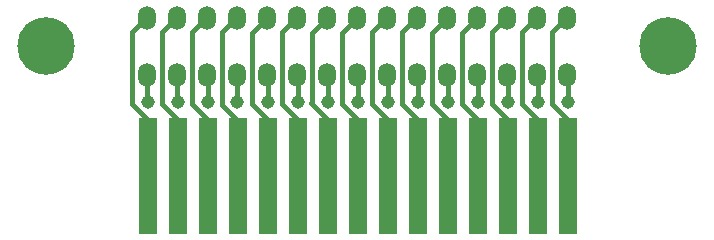
<source format=gbr>
%TF.GenerationSoftware,KiCad,Pcbnew,7.0.11-7.0.11~ubuntu22.04.1*%
%TF.CreationDate,2024-10-06T05:31:21-04:00*%
%TF.ProjectId,right_angle,72696768-745f-4616-9e67-6c652e6b6963,DEV*%
%TF.SameCoordinates,Original*%
%TF.FileFunction,Copper,L2,Bot*%
%TF.FilePolarity,Positive*%
%FSLAX46Y46*%
G04 Gerber Fmt 4.6, Leading zero omitted, Abs format (unit mm)*
G04 Created by KiCad (PCBNEW 7.0.11-7.0.11~ubuntu22.04.1) date 2024-10-06 05:31:21*
%MOMM*%
%LPD*%
G01*
G04 APERTURE LIST*
%TA.AperFunction,ComponentPad*%
%ADD10O,1.500000X2.000000*%
%TD*%
%TA.AperFunction,ComponentPad*%
%ADD11C,4.875000*%
%TD*%
%TA.AperFunction,ConnectorPad*%
%ADD12R,1.524000X9.906000*%
%TD*%
%TA.AperFunction,ViaPad*%
%ADD13C,1.143000*%
%TD*%
%TA.AperFunction,Conductor*%
%ADD14C,0.381000*%
%TD*%
G04 APERTURE END LIST*
D10*
%TO.P,J12,1,Pin_1*%
%TO.N,Net-(J12-Pin_1)*%
X108686600Y-128383600D03*
%TO.P,J12,2,Pin_2*%
%TO.N,Net-(J12-Pin_2)*%
X108686600Y-133209600D03*
%TO.P,J12,3,Pin_3*%
%TO.N,Net-(J12-Pin_3)*%
X111226600Y-128383600D03*
%TO.P,J12,4,Pin_4*%
%TO.N,Net-(J12-Pin_4)*%
X111226600Y-133209600D03*
%TO.P,J12,5,Pin_5*%
%TO.N,Net-(J12-Pin_5)*%
X113766600Y-128383600D03*
%TO.P,J12,6,Pin_6*%
%TO.N,Net-(J12-Pin_6)*%
X113766600Y-133209600D03*
%TO.P,J12,7,Pin_7*%
%TO.N,Net-(J12-Pin_7)*%
X116306600Y-128383600D03*
%TO.P,J12,8,Pin_8*%
%TO.N,Net-(J12-Pin_8)*%
X116306600Y-133209600D03*
%TO.P,J12,9,Pin_9*%
%TO.N,Net-(J12-Pin_9)*%
X118846600Y-128383600D03*
%TO.P,J12,10,Pin_10*%
%TO.N,Net-(J12-Pin_10)*%
X118846600Y-133209600D03*
%TO.P,J12,11,Pin_11*%
%TO.N,Net-(J12-Pin_11)*%
X121386600Y-128383600D03*
%TO.P,J12,12,Pin_12*%
%TO.N,Net-(J12-Pin_12)*%
X121386600Y-133209600D03*
%TO.P,J12,13,Pin_13*%
%TO.N,Net-(J12-Pin_13)*%
X123926600Y-128383600D03*
%TO.P,J12,14,Pin_14*%
%TO.N,Net-(J12-Pin_14)*%
X123926600Y-133209600D03*
%TO.P,J12,15,Pin_15*%
%TO.N,Net-(J12-Pin_15)*%
X126466600Y-128383600D03*
%TO.P,J12,16,Pin_16*%
%TO.N,Net-(J12-Pin_16)*%
X126466600Y-133209600D03*
%TO.P,J12,17,Pin_17*%
%TO.N,Net-(J12-Pin_17)*%
X129006600Y-128383600D03*
%TO.P,J12,18,Pin_18*%
%TO.N,Net-(J12-Pin_18)*%
X129006600Y-133209600D03*
%TO.P,J12,19,Pin_19*%
%TO.N,Net-(J12-Pin_19)*%
X131546600Y-128383600D03*
%TO.P,J12,20,Pin_20*%
%TO.N,Net-(J12-Pin_20)*%
X131546600Y-133209600D03*
%TO.P,J12,21,Pin_21*%
%TO.N,Net-(J12-Pin_21)*%
X134086600Y-128383600D03*
%TO.P,J12,22,Pin_22*%
%TO.N,Net-(J12-Pin_22)*%
X134086600Y-133209600D03*
%TO.P,J12,23,Pin_23*%
%TO.N,Net-(J12-Pin_23)*%
X136626600Y-128383600D03*
%TO.P,J12,24,Pin_24*%
%TO.N,Net-(J12-Pin_24)*%
X136626600Y-133209600D03*
%TO.P,J12,25,Pin_25*%
%TO.N,Net-(J12-Pin_25)*%
X139166600Y-128383600D03*
%TO.P,J12,26,Pin_26*%
%TO.N,Net-(J12-Pin_26)*%
X139166600Y-133209600D03*
%TO.P,J12,27,Pin_27*%
%TO.N,Net-(J12-Pin_27)*%
X141706600Y-128383600D03*
%TO.P,J12,28,Pin_28*%
%TO.N,Net-(J12-Pin_28)*%
X141706600Y-133209600D03*
%TO.P,J12,29,Pin_29*%
%TO.N,Net-(J12-Pin_29)*%
X144246600Y-128383600D03*
%TO.P,J12,30,Pin_30*%
%TO.N,Net-(J12-Pin_30)*%
X144246600Y-133209600D03*
D11*
%TO.P,J12,MH1*%
%TO.N,N/C*%
X100116600Y-130784600D03*
%TO.P,J12,MH2*%
X152816600Y-130784600D03*
%TD*%
D12*
%TO.P,J13,1,Pin_1*%
%TO.N,Net-(J12-Pin_1)*%
X108737400Y-141769400D03*
%TO.P,J13,3,Pin_3*%
%TO.N,Net-(J12-Pin_3)*%
X111277400Y-141769400D03*
%TO.P,J13,5,Pin_5*%
%TO.N,Net-(J12-Pin_5)*%
X113817400Y-141769400D03*
%TO.P,J13,7,Pin_7*%
%TO.N,Net-(J12-Pin_7)*%
X116357400Y-141769400D03*
%TO.P,J13,9,Pin_9*%
%TO.N,Net-(J12-Pin_9)*%
X118897400Y-141769400D03*
%TO.P,J13,11,Pin_11*%
%TO.N,Net-(J12-Pin_11)*%
X121437400Y-141769400D03*
%TO.P,J13,13,Pin_13*%
%TO.N,Net-(J12-Pin_13)*%
X123977400Y-141769400D03*
%TO.P,J13,15,Pin_15*%
%TO.N,Net-(J12-Pin_15)*%
X126517400Y-141769400D03*
%TO.P,J13,17,Pin_17*%
%TO.N,Net-(J12-Pin_17)*%
X129057400Y-141769400D03*
%TO.P,J13,19,Pin_19*%
%TO.N,Net-(J12-Pin_19)*%
X131597400Y-141769400D03*
%TO.P,J13,21,Pin_21*%
%TO.N,Net-(J12-Pin_21)*%
X134137400Y-141769400D03*
%TO.P,J13,23,Pin_23*%
%TO.N,Net-(J12-Pin_23)*%
X136677400Y-141769400D03*
%TO.P,J13,25,Pin_25*%
%TO.N,Net-(J12-Pin_25)*%
X139217400Y-141769400D03*
%TO.P,J13,27,Pin_27*%
%TO.N,Net-(J12-Pin_27)*%
X141757400Y-141769400D03*
%TO.P,J13,29,Pin_29*%
%TO.N,Net-(J12-Pin_29)*%
X144297400Y-141769400D03*
%TD*%
D13*
%TO.N,Net-(J12-Pin_2)*%
X108737400Y-135521000D03*
%TO.N,Net-(J12-Pin_4)*%
X111277400Y-135521000D03*
%TO.N,Net-(J12-Pin_6)*%
X113817400Y-135521000D03*
%TO.N,Net-(J12-Pin_8)*%
X116281200Y-135521000D03*
%TO.N,Net-(J12-Pin_10)*%
X118897400Y-135521000D03*
%TO.N,Net-(J12-Pin_12)*%
X121462800Y-135521000D03*
%TO.N,Net-(J12-Pin_14)*%
X123977400Y-135521000D03*
%TO.N,Net-(J12-Pin_16)*%
X126517400Y-135521000D03*
%TO.N,Net-(J12-Pin_18)*%
X129057400Y-135521000D03*
%TO.N,Net-(J12-Pin_20)*%
X131597400Y-135521000D03*
%TO.N,Net-(J12-Pin_22)*%
X134137400Y-135521000D03*
%TO.N,Net-(J12-Pin_24)*%
X136677400Y-135521000D03*
%TO.N,Net-(J12-Pin_26)*%
X139217400Y-135521000D03*
%TO.N,Net-(J12-Pin_28)*%
X141757400Y-135521000D03*
%TO.N,Net-(J12-Pin_30)*%
X144322800Y-135521000D03*
%TD*%
D14*
%TO.N,Net-(J12-Pin_1)*%
X107441300Y-129628900D02*
X108686600Y-128383600D01*
X107441300Y-135733584D02*
X107441300Y-129628900D01*
X108737400Y-141769400D02*
X108737400Y-137029684D01*
X108737400Y-137029684D02*
X107441300Y-135733584D01*
%TO.N,Net-(J12-Pin_2)*%
X108686600Y-135648000D02*
X108686600Y-133209600D01*
%TO.N,Net-(J12-Pin_3)*%
X111277400Y-137029684D02*
X109981300Y-135733584D01*
X109981300Y-129628900D02*
X111226600Y-128383600D01*
X109981300Y-135733584D02*
X109981300Y-129628900D01*
X111277400Y-141769400D02*
X111277400Y-137029684D01*
%TO.N,Net-(J12-Pin_4)*%
X111252000Y-135571800D02*
X111252000Y-133235000D01*
X111252000Y-133235000D02*
X111226600Y-133209600D01*
%TO.N,Net-(J12-Pin_5)*%
X112521300Y-129628900D02*
X113766600Y-128383600D01*
X112521300Y-135733584D02*
X112521300Y-129628900D01*
X113817400Y-137029684D02*
X112521300Y-135733584D01*
X113817400Y-141769400D02*
X113817400Y-137029684D01*
%TO.N,Net-(J12-Pin_6)*%
X113817400Y-133260400D02*
X113766600Y-133209600D01*
X113817400Y-135597200D02*
X113817400Y-133260400D01*
%TO.N,Net-(J12-Pin_7)*%
X115061300Y-135809784D02*
X115061300Y-129628900D01*
X116357400Y-141769400D02*
X116357400Y-137105884D01*
X115061300Y-129628900D02*
X116306600Y-128383600D01*
X116357400Y-137105884D02*
X115061300Y-135809784D01*
%TO.N,Net-(J12-Pin_8)*%
X116281200Y-135648000D02*
X116281200Y-133235000D01*
X116281200Y-133235000D02*
X116306600Y-133209600D01*
%TO.N,Net-(J12-Pin_9)*%
X117551900Y-135684184D02*
X117551900Y-129678300D01*
X117551900Y-129678300D02*
X118846600Y-128383600D01*
X118897400Y-141769400D02*
X118897400Y-137029684D01*
X118897400Y-137029684D02*
X117551900Y-135684184D01*
%TO.N,Net-(J12-Pin_10)*%
X118897400Y-133260400D02*
X118846600Y-133209600D01*
X118897400Y-135597200D02*
X118897400Y-133260400D01*
%TO.N,Net-(J12-Pin_11)*%
X120141300Y-129628900D02*
X121386600Y-128383600D01*
X121437400Y-137004284D02*
X120141300Y-135708184D01*
X120141300Y-135708184D02*
X120141300Y-129628900D01*
X121437400Y-141769400D02*
X121437400Y-137004284D01*
%TO.N,Net-(J12-Pin_12)*%
X121462800Y-133285800D02*
X121386600Y-133209600D01*
X121462800Y-135521000D02*
X121462800Y-133285800D01*
%TO.N,Net-(J12-Pin_13)*%
X122580400Y-135648000D02*
X122631900Y-135596500D01*
X123977400Y-141769400D02*
X123977400Y-137045000D01*
X123977400Y-137045000D02*
X122580400Y-135648000D01*
X122631900Y-129678300D02*
X123926600Y-128383600D01*
X122631900Y-135596500D02*
X122631900Y-129678300D01*
%TO.N,Net-(J12-Pin_14)*%
X123977400Y-135571800D02*
X123977400Y-133260400D01*
X123977400Y-133260400D02*
X123926600Y-133209600D01*
%TO.N,Net-(J12-Pin_15)*%
X126517400Y-137029684D02*
X125171900Y-135684184D01*
X125171900Y-135684184D02*
X125171900Y-129678300D01*
X126517400Y-141769400D02*
X126517400Y-137029684D01*
X125171900Y-129678300D02*
X126466600Y-128383600D01*
%TO.N,Net-(J12-Pin_16)*%
X126517400Y-135521000D02*
X126517400Y-133260400D01*
X126517400Y-133260400D02*
X126466600Y-133209600D01*
%TO.N,Net-(J12-Pin_17)*%
X129057400Y-141769400D02*
X129057400Y-137029684D01*
X129057400Y-137029684D02*
X127761300Y-135733584D01*
X127761300Y-129628900D02*
X129006600Y-128383600D01*
X127761300Y-135733584D02*
X127761300Y-129628900D01*
%TO.N,Net-(J12-Pin_18)*%
X129057400Y-135546400D02*
X129057400Y-133260400D01*
X129057400Y-133260400D02*
X129006600Y-133209600D01*
%TO.N,Net-(J12-Pin_19)*%
X130301300Y-129628900D02*
X131546600Y-128383600D01*
X131597400Y-137029684D02*
X130301300Y-135733584D01*
X130301300Y-135733584D02*
X130301300Y-129628900D01*
X131597400Y-141769400D02*
X131597400Y-137029684D01*
%TO.N,Net-(J12-Pin_20)*%
X131597400Y-135597200D02*
X131597400Y-133260400D01*
X131597400Y-133260400D02*
X131546600Y-133209600D01*
%TO.N,Net-(J12-Pin_21)*%
X134137400Y-141769400D02*
X134137400Y-137070400D01*
X132791900Y-135724900D02*
X132791900Y-129678300D01*
X132791900Y-129678300D02*
X134086600Y-128383600D01*
X134137400Y-137070400D02*
X132791900Y-135724900D01*
%TO.N,Net-(J12-Pin_22)*%
X134137400Y-135546400D02*
X134137400Y-133260400D01*
X134137400Y-133260400D02*
X134086600Y-133209600D01*
%TO.N,Net-(J12-Pin_23)*%
X135331200Y-129679000D02*
X136626600Y-128383600D01*
X136677400Y-137029684D02*
X135331200Y-135683484D01*
X136677400Y-141769400D02*
X136677400Y-137029684D01*
X135331200Y-135683484D02*
X135331200Y-129679000D01*
%TO.N,Net-(J12-Pin_24)*%
X136677400Y-135521000D02*
X136677400Y-133260400D01*
X136677400Y-133260400D02*
X136626600Y-133209600D01*
%TO.N,Net-(J12-Pin_25)*%
X137921300Y-135733584D02*
X137921300Y-129628900D01*
X139217400Y-141769400D02*
X139217400Y-137029684D01*
X137921300Y-129628900D02*
X139166600Y-128383600D01*
X139217400Y-137029684D02*
X137921300Y-135733584D01*
%TO.N,Net-(J12-Pin_26)*%
X139217400Y-133260400D02*
X139166600Y-133209600D01*
X139217400Y-135495600D02*
X139217400Y-133260400D01*
%TO.N,Net-(J12-Pin_27)*%
X140461300Y-135733584D02*
X140461300Y-129628900D01*
X141757400Y-137029684D02*
X140461300Y-135733584D01*
X141757400Y-141769400D02*
X141757400Y-137029684D01*
X140461300Y-129628900D02*
X141706600Y-128383600D01*
%TO.N,Net-(J12-Pin_28)*%
X141757400Y-135495600D02*
X141757400Y-133260400D01*
X141757400Y-133260400D02*
X141706600Y-133209600D01*
%TO.N,Net-(J12-Pin_29)*%
X144297400Y-141769400D02*
X144297400Y-137004284D01*
X144297400Y-137004284D02*
X143001300Y-135708184D01*
X143001300Y-135708184D02*
X143001300Y-129628900D01*
X143001300Y-129628900D02*
X144246600Y-128383600D01*
%TO.N,Net-(J12-Pin_30)*%
X144322800Y-133285800D02*
X144246600Y-133209600D01*
X144322800Y-135521000D02*
X144322800Y-133285800D01*
%TD*%
M02*

</source>
